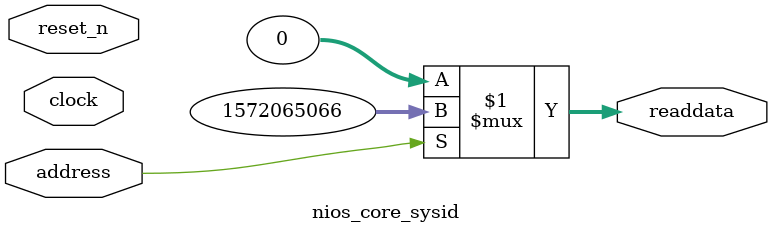
<source format=v>



// synthesis translate_off
`timescale 1ns / 1ps
// synthesis translate_on

// turn off superfluous verilog processor warnings 
// altera message_level Level1 
// altera message_off 10034 10035 10036 10037 10230 10240 10030 

module nios_core_sysid (
               // inputs:
                address,
                clock,
                reset_n,

               // outputs:
                readdata
             )
;

  output  [ 31: 0] readdata;
  input            address;
  input            clock;
  input            reset_n;

  wire    [ 31: 0] readdata;
  //control_slave, which is an e_avalon_slave
  assign readdata = address ? 1572065066 : 0;

endmodule



</source>
